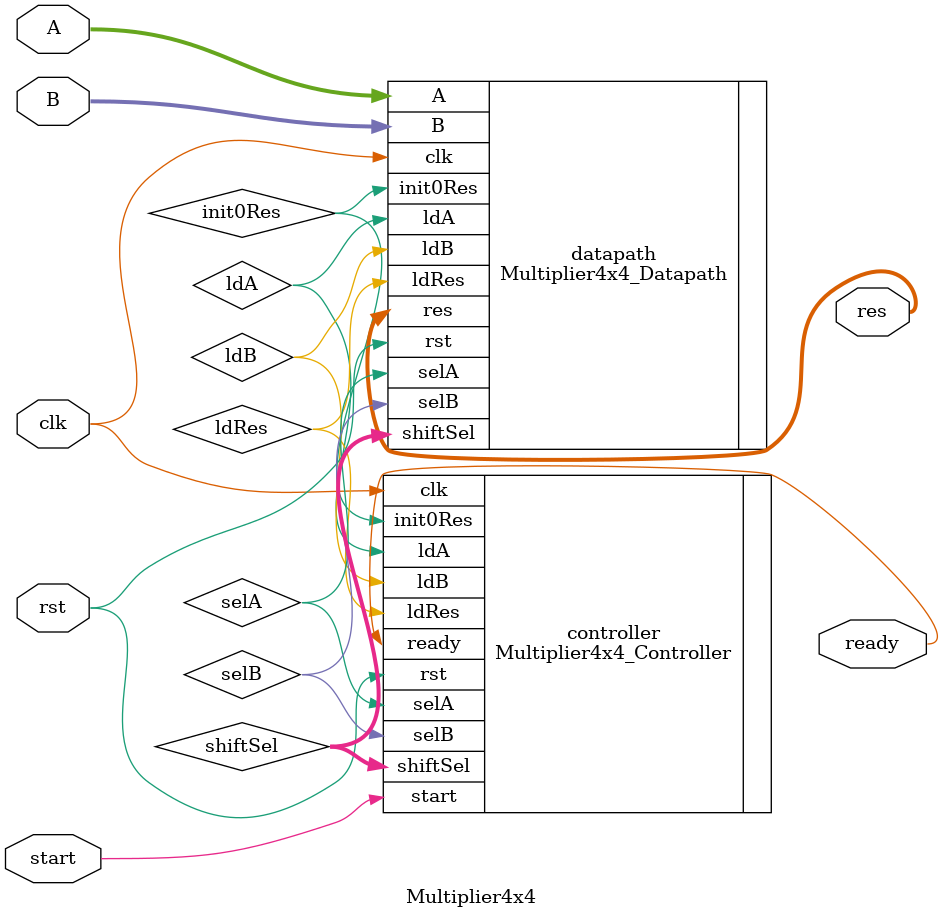
<source format=v>
module Multiplier4x4 (clk, rst, A, B, start, res, ready);
input clk;
input rst;
input [3:0] A;
input [3:0] B;
input start;
output [7:0] res;
output ready;

	wire selA, selB, ldA, ldB, ldRes, init0Res;
	wire [1:0] shiftSel;

	Multiplier4x4_Datapath datapath (
			.clk(clk), 
			.rst(rst), 
			.A(A), 
			.B(B), 
			.selA(selA), 
			.selB(selB), 
			.ldA(ldA), 
			.ldB(ldB), 
			.shiftSel(shiftSel), 
			.ldRes(ldRes), 
			.init0Res(init0Res), 
			.res(res)
			);

	Multiplier4x4_Controller controller (
			.clk(clk), 
			.rst(rst), 
			.start(start), 
			.ready(ready), 
			.ldA(ldA), 
			.ldB(ldB), 
			.init0Res(init0Res), 
			.selA(selA), 
			.selB(selB), 
			.shiftSel(shiftSel), 
			.ldRes(ldRes)
			);

endmodule

</source>
